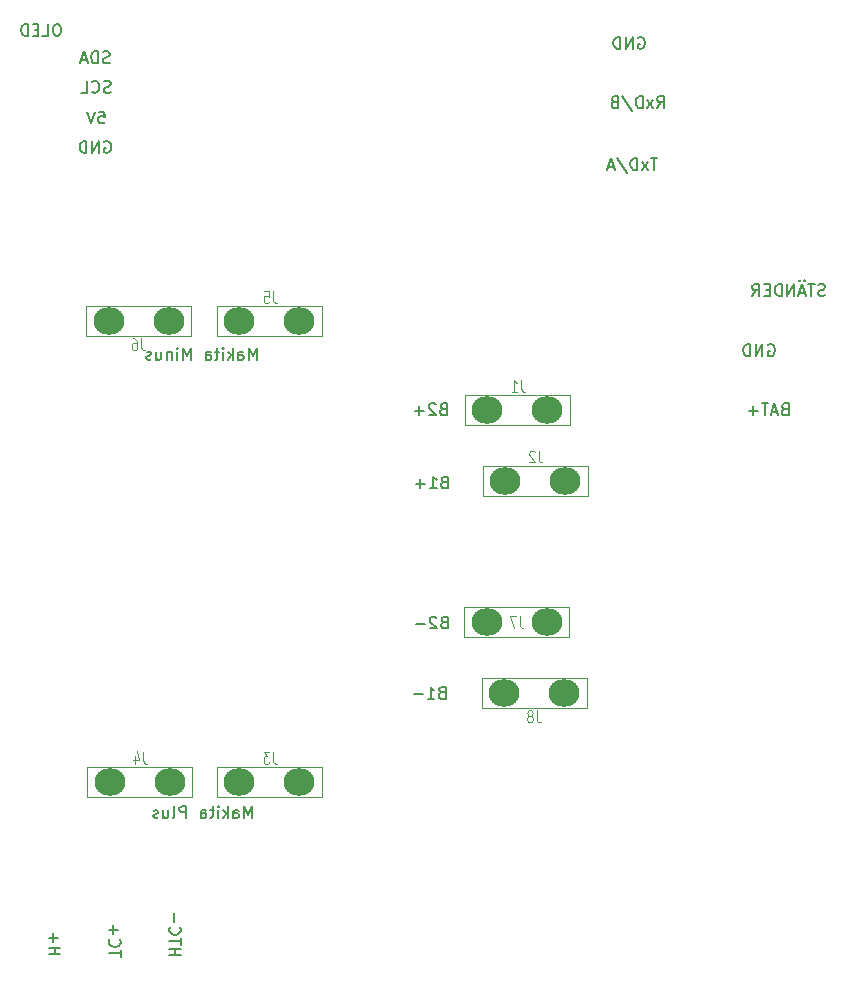
<source format=gbr>
%TF.GenerationSoftware,KiCad,Pcbnew,6.0.7*%
%TF.CreationDate,2023-03-08T14:53:28+01:00*%
%TF.ProjectId,jbc-miniregler,6a62632d-6d69-46e6-9972-65676c65722e,22.0.0*%
%TF.SameCoordinates,PX56c8cc0PY88601c0*%
%TF.FileFunction,Legend,Bot*%
%TF.FilePolarity,Positive*%
%FSLAX46Y46*%
G04 Gerber Fmt 4.6, Leading zero omitted, Abs format (unit mm)*
G04 Created by KiCad (PCBNEW 6.0.7) date 2023-03-08 14:53:28*
%MOMM*%
%LPD*%
G01*
G04 APERTURE LIST*
%ADD10C,0.150000*%
%ADD11C,0.100000*%
%ADD12O,2.600000X2.300000*%
G04 APERTURE END LIST*
D10*
X38723809Y62071429D02*
X38580952Y62023810D01*
X38533333Y61976191D01*
X38485714Y61880953D01*
X38485714Y61738096D01*
X38533333Y61642858D01*
X38580952Y61595239D01*
X38676190Y61547620D01*
X39057142Y61547620D01*
X39057142Y62547620D01*
X38723809Y62547620D01*
X38628571Y62500000D01*
X38580952Y62452381D01*
X38533333Y62357143D01*
X38533333Y62261905D01*
X38580952Y62166667D01*
X38628571Y62119048D01*
X38723809Y62071429D01*
X39057142Y62071429D01*
X38104761Y62452381D02*
X38057142Y62500000D01*
X37961904Y62547620D01*
X37723809Y62547620D01*
X37628571Y62500000D01*
X37580952Y62452381D01*
X37533333Y62357143D01*
X37533333Y62261905D01*
X37580952Y62119048D01*
X38152380Y61547620D01*
X37533333Y61547620D01*
X37104761Y61928572D02*
X36342857Y61928572D01*
X36723809Y61547620D02*
X36723809Y62309524D01*
X10061904Y84700000D02*
X10157142Y84747620D01*
X10300000Y84747620D01*
X10442857Y84700000D01*
X10538095Y84604762D01*
X10585714Y84509524D01*
X10633333Y84319048D01*
X10633333Y84176191D01*
X10585714Y83985715D01*
X10538095Y83890477D01*
X10442857Y83795239D01*
X10300000Y83747620D01*
X10204761Y83747620D01*
X10061904Y83795239D01*
X10014285Y83842858D01*
X10014285Y84176191D01*
X10204761Y84176191D01*
X9585714Y83747620D02*
X9585714Y84747620D01*
X9014285Y83747620D01*
X9014285Y84747620D01*
X8538095Y83747620D02*
X8538095Y84747620D01*
X8300000Y84747620D01*
X8157142Y84700000D01*
X8061904Y84604762D01*
X8014285Y84509524D01*
X7966666Y84319048D01*
X7966666Y84176191D01*
X8014285Y83985715D01*
X8061904Y83890477D01*
X8157142Y83795239D01*
X8300000Y83747620D01*
X8538095Y83747620D01*
X15547619Y15814286D02*
X16547619Y15814286D01*
X16071428Y15814286D02*
X16071428Y16385715D01*
X15547619Y16385715D02*
X16547619Y16385715D01*
X16547619Y16719048D02*
X16547619Y17290477D01*
X15547619Y17004762D02*
X16547619Y17004762D01*
X15642857Y18195239D02*
X15595238Y18147620D01*
X15547619Y18004762D01*
X15547619Y17909524D01*
X15595238Y17766667D01*
X15690476Y17671429D01*
X15785714Y17623810D01*
X15976190Y17576191D01*
X16119047Y17576191D01*
X16309523Y17623810D01*
X16404761Y17671429D01*
X16500000Y17766667D01*
X16547619Y17909524D01*
X16547619Y18004762D01*
X16500000Y18147620D01*
X16452380Y18195239D01*
X15928571Y18623810D02*
X15928571Y19385715D01*
X10590476Y88895239D02*
X10447619Y88847620D01*
X10209523Y88847620D01*
X10114285Y88895239D01*
X10066666Y88942858D01*
X10019047Y89038096D01*
X10019047Y89133334D01*
X10066666Y89228572D01*
X10114285Y89276191D01*
X10209523Y89323810D01*
X10400000Y89371429D01*
X10495238Y89419048D01*
X10542857Y89466667D01*
X10590476Y89561905D01*
X10590476Y89657143D01*
X10542857Y89752381D01*
X10495238Y89800000D01*
X10400000Y89847620D01*
X10161904Y89847620D01*
X10019047Y89800000D01*
X9019047Y88942858D02*
X9066666Y88895239D01*
X9209523Y88847620D01*
X9304761Y88847620D01*
X9447619Y88895239D01*
X9542857Y88990477D01*
X9590476Y89085715D01*
X9638095Y89276191D01*
X9638095Y89419048D01*
X9590476Y89609524D01*
X9542857Y89704762D01*
X9447619Y89800000D01*
X9304761Y89847620D01*
X9209523Y89847620D01*
X9066666Y89800000D01*
X9019047Y89752381D01*
X8114285Y88847620D02*
X8590476Y88847620D01*
X8590476Y89847620D01*
X66261904Y67500000D02*
X66357142Y67547620D01*
X66500000Y67547620D01*
X66642857Y67500000D01*
X66738095Y67404762D01*
X66785714Y67309524D01*
X66833333Y67119048D01*
X66833333Y66976191D01*
X66785714Y66785715D01*
X66738095Y66690477D01*
X66642857Y66595239D01*
X66500000Y66547620D01*
X66404761Y66547620D01*
X66261904Y66595239D01*
X66214285Y66642858D01*
X66214285Y66976191D01*
X66404761Y66976191D01*
X65785714Y66547620D02*
X65785714Y67547620D01*
X65214285Y66547620D01*
X65214285Y67547620D01*
X64738095Y66547620D02*
X64738095Y67547620D01*
X64500000Y67547620D01*
X64357142Y67500000D01*
X64261904Y67404762D01*
X64214285Y67309524D01*
X64166666Y67119048D01*
X64166666Y66976191D01*
X64214285Y66785715D01*
X64261904Y66690477D01*
X64357142Y66595239D01*
X64500000Y66547620D01*
X64738095Y66547620D01*
X38623809Y38071429D02*
X38480952Y38023810D01*
X38433333Y37976191D01*
X38385714Y37880953D01*
X38385714Y37738096D01*
X38433333Y37642858D01*
X38480952Y37595239D01*
X38576190Y37547620D01*
X38957142Y37547620D01*
X38957142Y38547620D01*
X38623809Y38547620D01*
X38528571Y38500000D01*
X38480952Y38452381D01*
X38433333Y38357143D01*
X38433333Y38261905D01*
X38480952Y38166667D01*
X38528571Y38119048D01*
X38623809Y38071429D01*
X38957142Y38071429D01*
X37433333Y37547620D02*
X38004761Y37547620D01*
X37719047Y37547620D02*
X37719047Y38547620D01*
X37814285Y38404762D01*
X37909523Y38309524D01*
X38004761Y38261905D01*
X37004761Y37928572D02*
X36242857Y37928572D01*
X38801809Y44011429D02*
X38658952Y43963810D01*
X38611333Y43916191D01*
X38563714Y43820953D01*
X38563714Y43678096D01*
X38611333Y43582858D01*
X38658952Y43535239D01*
X38754190Y43487620D01*
X39135142Y43487620D01*
X39135142Y44487620D01*
X38801809Y44487620D01*
X38706571Y44440000D01*
X38658952Y44392381D01*
X38611333Y44297143D01*
X38611333Y44201905D01*
X38658952Y44106667D01*
X38706571Y44059048D01*
X38801809Y44011429D01*
X39135142Y44011429D01*
X38182761Y44392381D02*
X38135142Y44440000D01*
X38039904Y44487620D01*
X37801809Y44487620D01*
X37706571Y44440000D01*
X37658952Y44392381D01*
X37611333Y44297143D01*
X37611333Y44201905D01*
X37658952Y44059048D01*
X38230380Y43487620D01*
X37611333Y43487620D01*
X37182761Y43868572D02*
X36420857Y43868572D01*
X6152380Y94647620D02*
X5961904Y94647620D01*
X5866666Y94600000D01*
X5771428Y94504762D01*
X5723809Y94314286D01*
X5723809Y93980953D01*
X5771428Y93790477D01*
X5866666Y93695239D01*
X5961904Y93647620D01*
X6152380Y93647620D01*
X6247619Y93695239D01*
X6342857Y93790477D01*
X6390476Y93980953D01*
X6390476Y94314286D01*
X6342857Y94504762D01*
X6247619Y94600000D01*
X6152380Y94647620D01*
X4819047Y93647620D02*
X5295238Y93647620D01*
X5295238Y94647620D01*
X4485714Y94171429D02*
X4152380Y94171429D01*
X4009523Y93647620D02*
X4485714Y93647620D01*
X4485714Y94647620D01*
X4009523Y94647620D01*
X3580952Y93647620D02*
X3580952Y94647620D01*
X3342857Y94647620D01*
X3200000Y94600000D01*
X3104761Y94504762D01*
X3057142Y94409524D01*
X3009523Y94219048D01*
X3009523Y94076191D01*
X3057142Y93885715D01*
X3104761Y93790477D01*
X3200000Y93695239D01*
X3342857Y93647620D01*
X3580952Y93647620D01*
X55261904Y93500000D02*
X55357142Y93547620D01*
X55500000Y93547620D01*
X55642857Y93500000D01*
X55738095Y93404762D01*
X55785714Y93309524D01*
X55833333Y93119048D01*
X55833333Y92976191D01*
X55785714Y92785715D01*
X55738095Y92690477D01*
X55642857Y92595239D01*
X55500000Y92547620D01*
X55404761Y92547620D01*
X55261904Y92595239D01*
X55214285Y92642858D01*
X55214285Y92976191D01*
X55404761Y92976191D01*
X54785714Y92547620D02*
X54785714Y93547620D01*
X54214285Y92547620D01*
X54214285Y93547620D01*
X53738095Y92547620D02*
X53738095Y93547620D01*
X53500000Y93547620D01*
X53357142Y93500000D01*
X53261904Y93404762D01*
X53214285Y93309524D01*
X53166666Y93119048D01*
X53166666Y92976191D01*
X53214285Y92785715D01*
X53261904Y92690477D01*
X53357142Y92595239D01*
X53500000Y92547620D01*
X53738095Y92547620D01*
X22966666Y66247620D02*
X22966666Y67247620D01*
X22633333Y66533334D01*
X22300000Y67247620D01*
X22300000Y66247620D01*
X21395238Y66247620D02*
X21395238Y66771429D01*
X21442857Y66866667D01*
X21538095Y66914286D01*
X21728571Y66914286D01*
X21823809Y66866667D01*
X21395238Y66295239D02*
X21490476Y66247620D01*
X21728571Y66247620D01*
X21823809Y66295239D01*
X21871428Y66390477D01*
X21871428Y66485715D01*
X21823809Y66580953D01*
X21728571Y66628572D01*
X21490476Y66628572D01*
X21395238Y66676191D01*
X20919047Y66247620D02*
X20919047Y67247620D01*
X20823809Y66628572D02*
X20538095Y66247620D01*
X20538095Y66914286D02*
X20919047Y66533334D01*
X20109523Y66247620D02*
X20109523Y66914286D01*
X20109523Y67247620D02*
X20157142Y67200000D01*
X20109523Y67152381D01*
X20061904Y67200000D01*
X20109523Y67247620D01*
X20109523Y67152381D01*
X19776190Y66914286D02*
X19395238Y66914286D01*
X19633333Y67247620D02*
X19633333Y66390477D01*
X19585714Y66295239D01*
X19490476Y66247620D01*
X19395238Y66247620D01*
X18633333Y66247620D02*
X18633333Y66771429D01*
X18680952Y66866667D01*
X18776190Y66914286D01*
X18966666Y66914286D01*
X19061904Y66866667D01*
X18633333Y66295239D02*
X18728571Y66247620D01*
X18966666Y66247620D01*
X19061904Y66295239D01*
X19109523Y66390477D01*
X19109523Y66485715D01*
X19061904Y66580953D01*
X18966666Y66628572D01*
X18728571Y66628572D01*
X18633333Y66676191D01*
X17395238Y66247620D02*
X17395238Y67247620D01*
X17061904Y66533334D01*
X16728571Y67247620D01*
X16728571Y66247620D01*
X16252380Y66247620D02*
X16252380Y66914286D01*
X16252380Y67247620D02*
X16300000Y67200000D01*
X16252380Y67152381D01*
X16204761Y67200000D01*
X16252380Y67247620D01*
X16252380Y67152381D01*
X15776190Y66914286D02*
X15776190Y66247620D01*
X15776190Y66819048D02*
X15728571Y66866667D01*
X15633333Y66914286D01*
X15490476Y66914286D01*
X15395238Y66866667D01*
X15347619Y66771429D01*
X15347619Y66247620D01*
X14442857Y66914286D02*
X14442857Y66247620D01*
X14871428Y66914286D02*
X14871428Y66390477D01*
X14823809Y66295239D01*
X14728571Y66247620D01*
X14585714Y66247620D01*
X14490476Y66295239D01*
X14442857Y66342858D01*
X14014285Y66295239D02*
X13919047Y66247620D01*
X13728571Y66247620D01*
X13633333Y66295239D01*
X13585714Y66390477D01*
X13585714Y66438096D01*
X13633333Y66533334D01*
X13728571Y66580953D01*
X13871428Y66580953D01*
X13966666Y66628572D01*
X14014285Y66723810D01*
X14014285Y66771429D01*
X13966666Y66866667D01*
X13871428Y66914286D01*
X13728571Y66914286D01*
X13633333Y66866667D01*
X22566666Y27447620D02*
X22566666Y28447620D01*
X22233333Y27733334D01*
X21900000Y28447620D01*
X21900000Y27447620D01*
X20995238Y27447620D02*
X20995238Y27971429D01*
X21042857Y28066667D01*
X21138095Y28114286D01*
X21328571Y28114286D01*
X21423809Y28066667D01*
X20995238Y27495239D02*
X21090476Y27447620D01*
X21328571Y27447620D01*
X21423809Y27495239D01*
X21471428Y27590477D01*
X21471428Y27685715D01*
X21423809Y27780953D01*
X21328571Y27828572D01*
X21090476Y27828572D01*
X20995238Y27876191D01*
X20519047Y27447620D02*
X20519047Y28447620D01*
X20423809Y27828572D02*
X20138095Y27447620D01*
X20138095Y28114286D02*
X20519047Y27733334D01*
X19709523Y27447620D02*
X19709523Y28114286D01*
X19709523Y28447620D02*
X19757142Y28400000D01*
X19709523Y28352381D01*
X19661904Y28400000D01*
X19709523Y28447620D01*
X19709523Y28352381D01*
X19376190Y28114286D02*
X18995238Y28114286D01*
X19233333Y28447620D02*
X19233333Y27590477D01*
X19185714Y27495239D01*
X19090476Y27447620D01*
X18995238Y27447620D01*
X18233333Y27447620D02*
X18233333Y27971429D01*
X18280952Y28066667D01*
X18376190Y28114286D01*
X18566666Y28114286D01*
X18661904Y28066667D01*
X18233333Y27495239D02*
X18328571Y27447620D01*
X18566666Y27447620D01*
X18661904Y27495239D01*
X18709523Y27590477D01*
X18709523Y27685715D01*
X18661904Y27780953D01*
X18566666Y27828572D01*
X18328571Y27828572D01*
X18233333Y27876191D01*
X16995238Y27447620D02*
X16995238Y28447620D01*
X16614285Y28447620D01*
X16519047Y28400000D01*
X16471428Y28352381D01*
X16423809Y28257143D01*
X16423809Y28114286D01*
X16471428Y28019048D01*
X16519047Y27971429D01*
X16614285Y27923810D01*
X16995238Y27923810D01*
X15852380Y27447620D02*
X15947619Y27495239D01*
X15995238Y27590477D01*
X15995238Y28447620D01*
X15042857Y28114286D02*
X15042857Y27447620D01*
X15471428Y28114286D02*
X15471428Y27590477D01*
X15423809Y27495239D01*
X15328571Y27447620D01*
X15185714Y27447620D01*
X15090476Y27495239D01*
X15042857Y27542858D01*
X14614285Y27495239D02*
X14519047Y27447620D01*
X14328571Y27447620D01*
X14233333Y27495239D01*
X14185714Y27590477D01*
X14185714Y27638096D01*
X14233333Y27733334D01*
X14328571Y27780953D01*
X14471428Y27780953D01*
X14566666Y27828572D01*
X14614285Y27923810D01*
X14614285Y27971429D01*
X14566666Y28066667D01*
X14471428Y28114286D01*
X14328571Y28114286D01*
X14233333Y28066667D01*
X67657142Y62071429D02*
X67514285Y62023810D01*
X67466666Y61976191D01*
X67419047Y61880953D01*
X67419047Y61738096D01*
X67466666Y61642858D01*
X67514285Y61595239D01*
X67609523Y61547620D01*
X67990476Y61547620D01*
X67990476Y62547620D01*
X67657142Y62547620D01*
X67561904Y62500000D01*
X67514285Y62452381D01*
X67466666Y62357143D01*
X67466666Y62261905D01*
X67514285Y62166667D01*
X67561904Y62119048D01*
X67657142Y62071429D01*
X67990476Y62071429D01*
X67038095Y61833334D02*
X66561904Y61833334D01*
X67133333Y61547620D02*
X66800000Y62547620D01*
X66466666Y61547620D01*
X66276190Y62547620D02*
X65704761Y62547620D01*
X65990476Y61547620D02*
X65990476Y62547620D01*
X65371428Y61928572D02*
X64609523Y61928572D01*
X64990476Y61547620D02*
X64990476Y62309524D01*
X11447619Y15695239D02*
X11447619Y16266667D01*
X10447619Y15980953D02*
X11447619Y15980953D01*
X10542857Y17171429D02*
X10495238Y17123810D01*
X10447619Y16980953D01*
X10447619Y16885715D01*
X10495238Y16742858D01*
X10590476Y16647620D01*
X10685714Y16600000D01*
X10876190Y16552381D01*
X11019047Y16552381D01*
X11209523Y16600000D01*
X11304761Y16647620D01*
X11400000Y16742858D01*
X11447619Y16885715D01*
X11447619Y16980953D01*
X11400000Y17123810D01*
X11352380Y17171429D01*
X10828571Y17600000D02*
X10828571Y18361905D01*
X10447619Y17980953D02*
X11209523Y17980953D01*
X38823809Y55871429D02*
X38680952Y55823810D01*
X38633333Y55776191D01*
X38585714Y55680953D01*
X38585714Y55538096D01*
X38633333Y55442858D01*
X38680952Y55395239D01*
X38776190Y55347620D01*
X39157142Y55347620D01*
X39157142Y56347620D01*
X38823809Y56347620D01*
X38728571Y56300000D01*
X38680952Y56252381D01*
X38633333Y56157143D01*
X38633333Y56061905D01*
X38680952Y55966667D01*
X38728571Y55919048D01*
X38823809Y55871429D01*
X39157142Y55871429D01*
X37633333Y55347620D02*
X38204761Y55347620D01*
X37919047Y55347620D02*
X37919047Y56347620D01*
X38014285Y56204762D01*
X38109523Y56109524D01*
X38204761Y56061905D01*
X37204761Y55728572D02*
X36442857Y55728572D01*
X36823809Y55347620D02*
X36823809Y56109524D01*
X5347619Y15895239D02*
X6347619Y15895239D01*
X5871428Y15895239D02*
X5871428Y16466667D01*
X5347619Y16466667D02*
X6347619Y16466667D01*
X5728571Y16942858D02*
X5728571Y17704762D01*
X5347619Y17323810D02*
X6109523Y17323810D01*
X56892857Y83297620D02*
X56321428Y83297620D01*
X56607142Y82297620D02*
X56607142Y83297620D01*
X56083333Y82297620D02*
X55559523Y82964286D01*
X56083333Y82964286D02*
X55559523Y82297620D01*
X55178571Y82297620D02*
X55178571Y83297620D01*
X54940476Y83297620D01*
X54797619Y83250000D01*
X54702380Y83154762D01*
X54654761Y83059524D01*
X54607142Y82869048D01*
X54607142Y82726191D01*
X54654761Y82535715D01*
X54702380Y82440477D01*
X54797619Y82345239D01*
X54940476Y82297620D01*
X55178571Y82297620D01*
X53464285Y83345239D02*
X54321428Y82059524D01*
X53178571Y82583334D02*
X52702380Y82583334D01*
X53273809Y82297620D02*
X52940476Y83297620D01*
X52607142Y82297620D01*
X9590476Y87247620D02*
X10066666Y87247620D01*
X10114285Y86771429D01*
X10066666Y86819048D01*
X9971428Y86866667D01*
X9733333Y86866667D01*
X9638095Y86819048D01*
X9590476Y86771429D01*
X9542857Y86676191D01*
X9542857Y86438096D01*
X9590476Y86342858D01*
X9638095Y86295239D01*
X9733333Y86247620D01*
X9971428Y86247620D01*
X10066666Y86295239D01*
X10114285Y86342858D01*
X9257142Y87247620D02*
X8923809Y86247620D01*
X8590476Y87247620D01*
X10514285Y91395239D02*
X10371428Y91347620D01*
X10133333Y91347620D01*
X10038095Y91395239D01*
X9990476Y91442858D01*
X9942857Y91538096D01*
X9942857Y91633334D01*
X9990476Y91728572D01*
X10038095Y91776191D01*
X10133333Y91823810D01*
X10323809Y91871429D01*
X10419047Y91919048D01*
X10466666Y91966667D01*
X10514285Y92061905D01*
X10514285Y92157143D01*
X10466666Y92252381D01*
X10419047Y92300000D01*
X10323809Y92347620D01*
X10085714Y92347620D01*
X9942857Y92300000D01*
X9514285Y91347620D02*
X9514285Y92347620D01*
X9276190Y92347620D01*
X9133333Y92300000D01*
X9038095Y92204762D01*
X8990476Y92109524D01*
X8942857Y91919048D01*
X8942857Y91776191D01*
X8990476Y91585715D01*
X9038095Y91490477D01*
X9133333Y91395239D01*
X9276190Y91347620D01*
X9514285Y91347620D01*
X8561904Y91633334D02*
X8085714Y91633334D01*
X8657142Y91347620D02*
X8323809Y92347620D01*
X7990476Y91347620D01*
X56869047Y87547620D02*
X57202380Y88023810D01*
X57440476Y87547620D02*
X57440476Y88547620D01*
X57059523Y88547620D01*
X56964285Y88500000D01*
X56916666Y88452381D01*
X56869047Y88357143D01*
X56869047Y88214286D01*
X56916666Y88119048D01*
X56964285Y88071429D01*
X57059523Y88023810D01*
X57440476Y88023810D01*
X56535714Y87547620D02*
X56011904Y88214286D01*
X56535714Y88214286D02*
X56011904Y87547620D01*
X55630952Y87547620D02*
X55630952Y88547620D01*
X55392857Y88547620D01*
X55250000Y88500000D01*
X55154761Y88404762D01*
X55107142Y88309524D01*
X55059523Y88119048D01*
X55059523Y87976191D01*
X55107142Y87785715D01*
X55154761Y87690477D01*
X55250000Y87595239D01*
X55392857Y87547620D01*
X55630952Y87547620D01*
X53916666Y88595239D02*
X54773809Y87309524D01*
X53250000Y88071429D02*
X53107142Y88023810D01*
X53059523Y87976191D01*
X53011904Y87880953D01*
X53011904Y87738096D01*
X53059523Y87642858D01*
X53107142Y87595239D01*
X53202380Y87547620D01*
X53583333Y87547620D01*
X53583333Y88547620D01*
X53250000Y88547620D01*
X53154761Y88500000D01*
X53107142Y88452381D01*
X53059523Y88357143D01*
X53059523Y88261905D01*
X53107142Y88166667D01*
X53154761Y88119048D01*
X53250000Y88071429D01*
X53583333Y88071429D01*
X71071428Y71695239D02*
X70928571Y71647620D01*
X70690476Y71647620D01*
X70595238Y71695239D01*
X70547619Y71742858D01*
X70500000Y71838096D01*
X70500000Y71933334D01*
X70547619Y72028572D01*
X70595238Y72076191D01*
X70690476Y72123810D01*
X70880952Y72171429D01*
X70976190Y72219048D01*
X71023809Y72266667D01*
X71071428Y72361905D01*
X71071428Y72457143D01*
X71023809Y72552381D01*
X70976190Y72600000D01*
X70880952Y72647620D01*
X70642857Y72647620D01*
X70500000Y72600000D01*
X70214285Y72647620D02*
X69642857Y72647620D01*
X69928571Y71647620D02*
X69928571Y72647620D01*
X69357142Y71933334D02*
X68880952Y71933334D01*
X69452380Y71647620D02*
X69119047Y72647620D01*
X68785714Y71647620D01*
X69309523Y72980953D02*
X69261904Y72933334D01*
X69309523Y72885715D01*
X69357142Y72933334D01*
X69309523Y72980953D01*
X69309523Y72885715D01*
X68928571Y72980953D02*
X68880952Y72933334D01*
X68928571Y72885715D01*
X68976190Y72933334D01*
X68928571Y72980953D01*
X68928571Y72885715D01*
X68452380Y71647620D02*
X68452380Y72647620D01*
X67880952Y71647620D01*
X67880952Y72647620D01*
X67404761Y71647620D02*
X67404761Y72647620D01*
X67166666Y72647620D01*
X67023809Y72600000D01*
X66928571Y72504762D01*
X66880952Y72409524D01*
X66833333Y72219048D01*
X66833333Y72076191D01*
X66880952Y71885715D01*
X66928571Y71790477D01*
X67023809Y71695239D01*
X67166666Y71647620D01*
X67404761Y71647620D01*
X66404761Y72171429D02*
X66071428Y72171429D01*
X65928571Y71647620D02*
X66404761Y71647620D01*
X66404761Y72647620D01*
X65928571Y72647620D01*
X64928571Y71647620D02*
X65261904Y72123810D01*
X65500000Y71647620D02*
X65500000Y72647620D01*
X65119047Y72647620D01*
X65023809Y72600000D01*
X64976190Y72552381D01*
X64928571Y72457143D01*
X64928571Y72314286D01*
X64976190Y72219048D01*
X65023809Y72171429D01*
X65119047Y72123810D01*
X65500000Y72123810D01*
D11*
%TO.C,J2*%
X46846666Y58547620D02*
X46846666Y57833334D01*
X46884761Y57690477D01*
X46960952Y57595239D01*
X47075238Y57547620D01*
X47151428Y57547620D01*
X46503809Y58452381D02*
X46465714Y58500000D01*
X46389523Y58547620D01*
X46199047Y58547620D01*
X46122857Y58500000D01*
X46084761Y58452381D01*
X46046666Y58357143D01*
X46046666Y58261905D01*
X46084761Y58119048D01*
X46541904Y57547620D01*
X46046666Y57547620D01*
%TO.C,J4*%
X13346666Y33047620D02*
X13346666Y32333334D01*
X13384761Y32190477D01*
X13460952Y32095239D01*
X13575238Y32047620D01*
X13651428Y32047620D01*
X12622857Y32714286D02*
X12622857Y32047620D01*
X12813333Y33095239D02*
X13003809Y32380953D01*
X12508571Y32380953D01*
%TO.C,J3*%
X24346666Y33047620D02*
X24346666Y32333334D01*
X24384761Y32190477D01*
X24460952Y32095239D01*
X24575238Y32047620D01*
X24651428Y32047620D01*
X24041904Y33047620D02*
X23546666Y33047620D01*
X23813333Y32666667D01*
X23699047Y32666667D01*
X23622857Y32619048D01*
X23584761Y32571429D01*
X23546666Y32476191D01*
X23546666Y32238096D01*
X23584761Y32142858D01*
X23622857Y32095239D01*
X23699047Y32047620D01*
X23927619Y32047620D01*
X24003809Y32095239D01*
X24041904Y32142858D01*
%TO.C,J5*%
X24346666Y72047620D02*
X24346666Y71333334D01*
X24384761Y71190477D01*
X24460952Y71095239D01*
X24575238Y71047620D01*
X24651428Y71047620D01*
X23584761Y72047620D02*
X23965714Y72047620D01*
X24003809Y71571429D01*
X23965714Y71619048D01*
X23889523Y71666667D01*
X23699047Y71666667D01*
X23622857Y71619048D01*
X23584761Y71571429D01*
X23546666Y71476191D01*
X23546666Y71238096D01*
X23584761Y71142858D01*
X23622857Y71095239D01*
X23699047Y71047620D01*
X23889523Y71047620D01*
X23965714Y71095239D01*
X24003809Y71142858D01*
%TO.C,J1*%
X45346666Y64547620D02*
X45346666Y63833334D01*
X45384761Y63690477D01*
X45460952Y63595239D01*
X45575238Y63547620D01*
X45651428Y63547620D01*
X44546666Y63547620D02*
X45003809Y63547620D01*
X44775238Y63547620D02*
X44775238Y64547620D01*
X44851428Y64404762D01*
X44927619Y64309524D01*
X45003809Y64261905D01*
%TO.C,J6*%
X13186666Y68047620D02*
X13186666Y67333334D01*
X13224761Y67190477D01*
X13300952Y67095239D01*
X13415238Y67047620D01*
X13491428Y67047620D01*
X12462857Y68047620D02*
X12615238Y68047620D01*
X12691428Y68000000D01*
X12729523Y67952381D01*
X12805714Y67809524D01*
X12843809Y67619048D01*
X12843809Y67238096D01*
X12805714Y67142858D01*
X12767619Y67095239D01*
X12691428Y67047620D01*
X12539047Y67047620D01*
X12462857Y67095239D01*
X12424761Y67142858D01*
X12386666Y67238096D01*
X12386666Y67476191D01*
X12424761Y67571429D01*
X12462857Y67619048D01*
X12539047Y67666667D01*
X12691428Y67666667D01*
X12767619Y67619048D01*
X12805714Y67571429D01*
X12843809Y67476191D01*
%TO.C,J8*%
X46686666Y36547620D02*
X46686666Y35833334D01*
X46724761Y35690477D01*
X46800952Y35595239D01*
X46915238Y35547620D01*
X46991428Y35547620D01*
X46191428Y36119048D02*
X46267619Y36166667D01*
X46305714Y36214286D01*
X46343809Y36309524D01*
X46343809Y36357143D01*
X46305714Y36452381D01*
X46267619Y36500000D01*
X46191428Y36547620D01*
X46039047Y36547620D01*
X45962857Y36500000D01*
X45924761Y36452381D01*
X45886666Y36357143D01*
X45886666Y36309524D01*
X45924761Y36214286D01*
X45962857Y36166667D01*
X46039047Y36119048D01*
X46191428Y36119048D01*
X46267619Y36071429D01*
X46305714Y36023810D01*
X46343809Y35928572D01*
X46343809Y35738096D01*
X46305714Y35642858D01*
X46267619Y35595239D01*
X46191428Y35547620D01*
X46039047Y35547620D01*
X45962857Y35595239D01*
X45924761Y35642858D01*
X45886666Y35738096D01*
X45886666Y35928572D01*
X45924761Y36023810D01*
X45962857Y36071429D01*
X46039047Y36119048D01*
%TO.C,J7*%
X45226666Y44547620D02*
X45226666Y43833334D01*
X45264761Y43690477D01*
X45340952Y43595239D01*
X45455238Y43547620D01*
X45531428Y43547620D01*
X44921904Y44547620D02*
X44388571Y44547620D01*
X44731428Y43547620D01*
%TO.C,J2*%
X50985000Y54730000D02*
X50985000Y57270000D01*
X42095000Y54730000D02*
X50985000Y54730000D01*
X42095000Y57270000D02*
X50985000Y57270000D01*
X42095000Y54730000D02*
X42095000Y57270000D01*
%TO.C,J4*%
X8595000Y31770000D02*
X17485000Y31770000D01*
X17485000Y29230000D02*
X17485000Y31770000D01*
X8595000Y29230000D02*
X8595000Y31770000D01*
X8595000Y29230000D02*
X17485000Y29230000D01*
%TO.C,J3*%
X28485000Y29230000D02*
X28485000Y31770000D01*
X19595000Y29230000D02*
X28485000Y29230000D01*
X19595000Y31770000D02*
X28485000Y31770000D01*
X19595000Y29230000D02*
X19595000Y31770000D01*
%TO.C,J5*%
X19595000Y68230000D02*
X19595000Y70770000D01*
X28485000Y68230000D02*
X28485000Y70770000D01*
X19595000Y70770000D02*
X28485000Y70770000D01*
X19595000Y68230000D02*
X28485000Y68230000D01*
%TO.C,J1*%
X40595000Y60730000D02*
X49485000Y60730000D01*
X49485000Y60730000D02*
X49485000Y63270000D01*
X40595000Y63270000D02*
X49485000Y63270000D01*
X40595000Y60730000D02*
X40595000Y63270000D01*
%TO.C,J6*%
X17405000Y70770000D02*
X8515000Y70770000D01*
X17405000Y68230000D02*
X8515000Y68230000D01*
X8515000Y70770000D02*
X8515000Y68230000D01*
X17405000Y70770000D02*
X17405000Y68230000D01*
%TO.C,J8*%
X42015000Y39270000D02*
X42015000Y36730000D01*
X50905000Y39270000D02*
X42015000Y39270000D01*
X50905000Y36730000D02*
X42015000Y36730000D01*
X50905000Y39270000D02*
X50905000Y36730000D01*
%TO.C,J7*%
X49405000Y42730000D02*
X40515000Y42730000D01*
X49405000Y45270000D02*
X49405000Y42730000D01*
X40515000Y45270000D02*
X40515000Y42730000D01*
X49405000Y45270000D02*
X40515000Y45270000D01*
%TD*%
D12*
%TO.C,J2*%
X49080000Y56000000D03*
X44000000Y56000000D03*
%TD*%
%TO.C,J4*%
X10500000Y30500000D03*
X15580000Y30500000D03*
%TD*%
%TO.C,J3*%
X21500000Y30500000D03*
X26580000Y30500000D03*
%TD*%
%TO.C,J5*%
X21500000Y69500000D03*
X26580000Y69500000D03*
%TD*%
%TO.C,J1*%
X42500000Y62000000D03*
X47580000Y62000000D03*
%TD*%
%TO.C,J6*%
X15500000Y69500000D03*
X10420000Y69500000D03*
%TD*%
%TO.C,J8*%
X49000000Y38000000D03*
X43920000Y38000000D03*
%TD*%
%TO.C,J7*%
X42420000Y44000000D03*
X47500000Y44000000D03*
%TD*%
M02*

</source>
